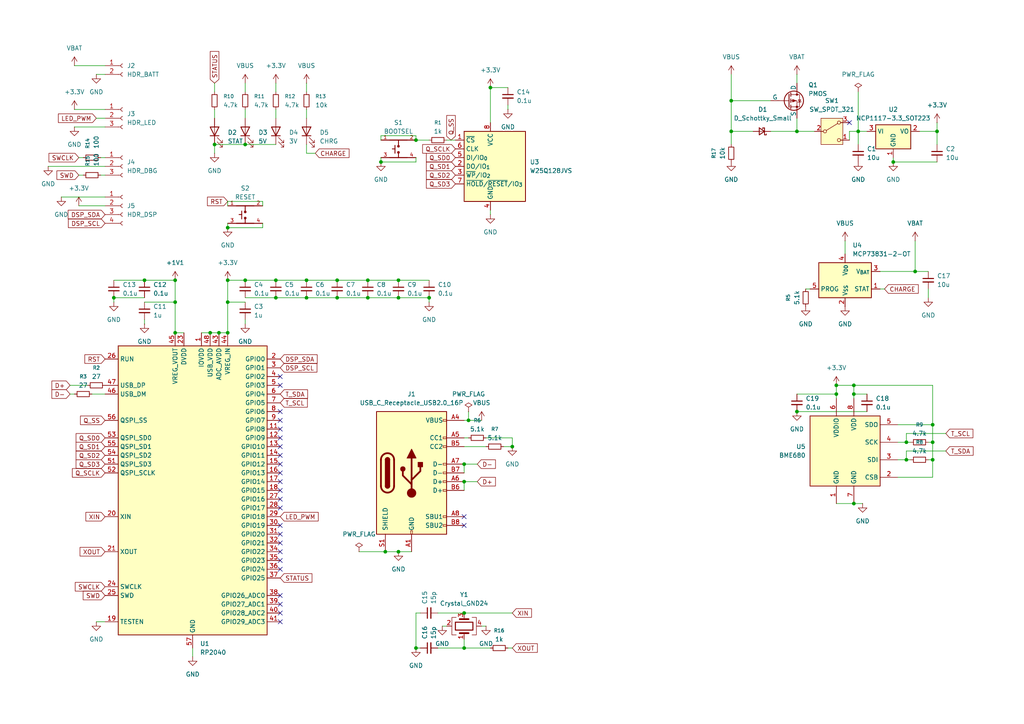
<source format=kicad_sch>
(kicad_sch (version 20250114) (generator "eeschema") (generator_version "9.0")
  (paper "A4")
  (junction (at 242.57 111.76))
  (junction (at 50.8 96.52))
  (junction (at 242.57 114.3))
  (junction (at 88.9 81.28))
  (junction (at 33.02 86.36))
  (junction (at 88.9 86.36))
  (junction (at 271.78 38.1))
  (junction (at 120.65 40.64))
  (junction (at 63.5 96.52))
  (junction (at 262.89 133.35))
  (junction (at 97.79 86.36))
  (junction (at 66.04 96.52))
  (junction (at 142.24 25.4))
  (junction (at 50.8 81.28))
  (junction (at 134.62 139.7))
  (junction (at 50.8 87.63))
  (junction (at 80.01 81.28))
  (junction (at 270.51 133.35))
  (junction (at 97.79 81.28))
  (junction (at 115.57 160.02))
  (junction (at 247.65 146.05))
  (junction (at 66.04 66.04))
  (junction (at 62.23 41.91))
  (junction (at 41.91 81.28))
  (junction (at 134.62 187.96))
  (junction (at 247.65 114.3))
  (junction (at 248.92 38.1))
  (junction (at 247.65 111.76))
  (junction (at 270.51 128.27))
  (junction (at 134.62 134.62))
  (junction (at 124.46 86.36))
  (junction (at 134.62 177.8))
  (junction (at 71.12 41.91))
  (junction (at 212.09 29.21))
  (junction (at 270.51 123.19))
  (junction (at 148.59 129.54))
  (junction (at 106.68 81.28))
  (junction (at 66.04 81.28))
  (junction (at 110.49 46.99))
  (junction (at 111.76 160.02))
  (junction (at 71.12 81.28))
  (junction (at 66.04 87.63))
  (junction (at 231.14 38.1))
  (junction (at 106.68 86.36))
  (junction (at 115.57 81.28))
  (junction (at 259.08 46.99))
  (junction (at 80.01 86.36))
  (junction (at 231.14 119.38))
  (junction (at 120.65 187.96))
  (junction (at 212.09 38.1))
  (junction (at 265.43 78.74))
  (junction (at 135.89 121.92))
  (junction (at 60.96 96.52))
  (junction (at 262.89 128.27))
  (junction (at 115.57 86.36))
  (no_connect (at 81.28 154.94))
  (no_connect (at 81.28 119.38))
  (no_connect (at 81.28 152.4))
  (no_connect (at 81.28 139.7))
  (no_connect (at 81.28 172.72))
  (no_connect (at 81.28 111.76))
  (no_connect (at 81.28 177.8))
  (no_connect (at 81.28 137.16))
  (no_connect (at 81.28 142.24))
  (no_connect (at 134.62 152.4))
  (no_connect (at 246.38 35.56))
  (no_connect (at 81.28 144.78))
  (no_connect (at 81.28 175.26))
  (no_connect (at 81.28 121.92))
  (no_connect (at 81.28 124.46))
  (no_connect (at 81.28 134.62))
  (no_connect (at 81.28 157.48))
  (no_connect (at 81.28 109.22))
  (no_connect (at 81.28 127))
  (no_connect (at 81.28 132.08))
  (no_connect (at 81.28 180.34))
  (no_connect (at 81.28 147.32))
  (no_connect (at 134.62 149.86))
  (no_connect (at 81.28 129.54))
  (no_connect (at 81.28 165.1))
  (no_connect (at 81.28 160.02))
  (no_connect (at 81.28 162.56))
  (wire (pts (xy 259.08 45.72) (xy 259.08 46.99)))
  (wire (pts (xy 142.24 62.23) (xy 142.24 60.96)))
  (wire (pts (xy 242.57 111.76) (xy 247.65 111.76)))
  (wire (pts (xy 58.42 96.52) (xy 60.96 96.52)))
  (wire (pts (xy 29.21 50.8) (xy 30.48 50.8)))
  (wire (pts (xy 139.7 181.61) (xy 140.97 181.61)))
  (wire (pts (xy 115.57 86.36) (xy 124.46 86.36)))
  (wire (pts (xy 62.23 24.13) (xy 62.23 26.67)))
  (wire (pts (xy 97.79 86.36) (xy 106.68 86.36)))
  (wire (pts (xy 134.62 187.96) (xy 142.24 187.96)))
  (wire (pts (xy 247.65 114.3) (xy 251.46 114.3)))
  (wire (pts (xy 242.57 111.76) (xy 242.57 114.3)))
  (wire (pts (xy 212.09 29.21) (xy 223.52 29.21)))
  (wire (pts (xy 110.49 45.72) (xy 110.49 46.99)))
  (wire (pts (xy 50.8 81.28) (xy 41.91 81.28)))
  (wire (pts (xy 223.52 38.1) (xy 231.14 38.1)))
  (wire (pts (xy 212.09 29.21) (xy 212.09 38.1)))
  (wire (pts (xy 41.91 92.71) (xy 41.91 93.98)))
  (wire (pts (xy 104.14 160.02) (xy 111.76 160.02)))
  (wire (pts (xy 115.57 160.02) (xy 119.38 160.02)))
  (wire (pts (xy 66.04 87.63) (xy 71.12 87.63)))
  (wire (pts (xy 242.57 146.05) (xy 247.65 146.05)))
  (wire (pts (xy 270.51 123.19) (xy 260.35 123.19)))
  (wire (pts (xy 266.7 38.1) (xy 271.78 38.1)))
  (wire (pts (xy 17.78 57.15) (xy 30.48 57.15)))
  (wire (pts (xy 50.8 87.63) (xy 41.91 87.63)))
  (wire (pts (xy 255.27 78.74) (xy 265.43 78.74)))
  (wire (pts (xy 265.43 69.85) (xy 265.43 78.74)))
  (wire (pts (xy 62.23 41.91) (xy 62.23 44.45)))
  (wire (pts (xy 246.38 40.64) (xy 246.38 38.1)))
  (wire (pts (xy 21.59 36.83) (xy 30.48 36.83)))
  (wire (pts (xy 260.35 133.35) (xy 262.89 133.35)))
  (wire (pts (xy 247.65 146.05) (xy 250.19 146.05)))
  (wire (pts (xy 110.49 40.64) (xy 110.49 39.37)))
  (wire (pts (xy 63.5 96.52) (xy 66.04 96.52)))
  (wire (pts (xy 20.32 114.3) (xy 21.59 114.3)))
  (wire (pts (xy 148.59 127) (xy 148.59 129.54)))
  (wire (pts (xy 242.57 115.57) (xy 242.57 114.3)))
  (wire (pts (xy 134.62 134.62) (xy 138.43 134.62)))
  (wire (pts (xy 269.24 83.82) (xy 269.24 86.36)))
  (wire (pts (xy 134.62 139.7) (xy 138.43 139.7)))
  (wire (pts (xy 247.65 111.76) (xy 270.51 111.76)))
  (wire (pts (xy 80.01 81.28) (xy 88.9 81.28)))
  (wire (pts (xy 21.59 31.75) (xy 30.48 31.75)))
  (wire (pts (xy 147.32 187.96) (xy 148.59 187.96)))
  (wire (pts (xy 255.27 83.82) (xy 256.54 83.82)))
  (wire (pts (xy 88.9 86.36) (xy 97.79 86.36)))
  (wire (pts (xy 134.62 121.92) (xy 135.89 121.92)))
  (wire (pts (xy 134.62 134.62) (xy 134.62 137.16)))
  (wire (pts (xy 262.89 133.35) (xy 264.16 133.35)))
  (wire (pts (xy 33.02 81.28) (xy 41.91 81.28)))
  (wire (pts (xy 80.01 31.75) (xy 80.01 34.29)))
  (wire (pts (xy 110.49 46.99) (xy 120.65 46.99)))
  (wire (pts (xy 66.04 64.77) (xy 66.04 66.04)))
  (wire (pts (xy 129.54 40.64) (xy 132.08 40.64)))
  (wire (pts (xy 71.12 92.71) (xy 71.12 93.98)))
  (wire (pts (xy 50.8 96.52) (xy 53.34 96.52)))
  (wire (pts (xy 212.09 21.59) (xy 212.09 29.21)))
  (wire (pts (xy 134.62 139.7) (xy 134.62 142.24)))
  (wire (pts (xy 60.96 96.52) (xy 63.5 96.52)))
  (wire (pts (xy 134.62 129.54) (xy 140.97 129.54)))
  (wire (pts (xy 262.89 128.27) (xy 264.16 128.27)))
  (wire (pts (xy 135.89 119.38) (xy 135.89 121.92)))
  (wire (pts (xy 121.92 177.8) (xy 120.65 177.8)))
  (wire (pts (xy 231.14 21.59) (xy 231.14 24.13)))
  (wire (pts (xy 242.57 114.3) (xy 231.14 114.3)))
  (wire (pts (xy 134.62 185.42) (xy 134.62 187.96)))
  (wire (pts (xy 111.76 160.02) (xy 115.57 160.02)))
  (wire (pts (xy 66.04 66.04) (xy 76.2 66.04)))
  (wire (pts (xy 127 187.96) (xy 134.62 187.96)))
  (wire (pts (xy 20.32 111.76) (xy 25.4 111.76)))
  (wire (pts (xy 88.9 31.75) (xy 88.9 34.29)))
  (wire (pts (xy 270.51 128.27) (xy 270.51 133.35)))
  (wire (pts (xy 71.12 41.91) (xy 80.01 41.91)))
  (wire (pts (xy 262.89 125.73) (xy 274.32 125.73)))
  (wire (pts (xy 248.92 38.1) (xy 248.92 41.91)))
  (wire (pts (xy 110.49 39.37) (xy 120.65 39.37)))
  (wire (pts (xy 66.04 96.52) (xy 66.04 87.63)))
  (wire (pts (xy 212.09 38.1) (xy 212.09 41.91)))
  (wire (pts (xy 29.21 45.72) (xy 30.48 45.72)))
  (wire (pts (xy 76.2 66.04) (xy 76.2 64.77)))
  (wire (pts (xy 66.04 81.28) (xy 71.12 81.28)))
  (wire (pts (xy 66.04 87.63) (xy 66.04 81.28)))
  (wire (pts (xy 262.89 133.35) (xy 262.89 130.81)))
  (wire (pts (xy 233.68 83.82) (xy 234.95 83.82)))
  (wire (pts (xy 22.86 45.72) (xy 24.13 45.72)))
  (wire (pts (xy 270.51 133.35) (xy 270.51 138.43)))
  (wire (pts (xy 26.67 114.3) (xy 30.48 114.3)))
  (wire (pts (xy 120.65 187.96) (xy 121.92 187.96)))
  (wire (pts (xy 270.51 123.19) (xy 270.51 128.27)))
  (wire (pts (xy 270.51 111.76) (xy 270.51 123.19)))
  (wire (pts (xy 33.02 86.36) (xy 41.91 86.36)))
  (wire (pts (xy 262.89 130.81) (xy 274.32 130.81)))
  (wire (pts (xy 262.89 128.27) (xy 262.89 125.73)))
  (wire (pts (xy 269.24 128.27) (xy 270.51 128.27)))
  (wire (pts (xy 71.12 86.36) (xy 80.01 86.36)))
  (wire (pts (xy 134.62 127) (xy 135.89 127)))
  (wire (pts (xy 142.24 25.4) (xy 142.24 35.56)))
  (wire (pts (xy 115.57 81.28) (xy 124.46 81.28)))
  (wire (pts (xy 231.14 119.38) (xy 251.46 119.38)))
  (wire (pts (xy 245.11 69.85) (xy 245.11 73.66)))
  (wire (pts (xy 71.12 81.28) (xy 80.01 81.28)))
  (wire (pts (xy 55.88 187.96) (xy 55.88 190.5)))
  (wire (pts (xy 271.78 38.1) (xy 271.78 41.91)))
  (wire (pts (xy 88.9 44.45) (xy 91.44 44.45)))
  (wire (pts (xy 88.9 81.28) (xy 97.79 81.28)))
  (wire (pts (xy 66.04 58.42) (xy 76.2 58.42)))
  (wire (pts (xy 50.8 87.63) (xy 50.8 96.52)))
  (wire (pts (xy 106.68 86.36) (xy 115.57 86.36)))
  (wire (pts (xy 147.32 30.48) (xy 147.32 31.75)))
  (wire (pts (xy 124.46 86.36) (xy 124.46 87.63)))
  (wire (pts (xy 80.01 86.36) (xy 88.9 86.36)))
  (wire (pts (xy 231.14 34.29) (xy 231.14 38.1)))
  (wire (pts (xy 120.65 46.99) (xy 120.65 45.72)))
  (wire (pts (xy 247.65 115.57) (xy 247.65 114.3)))
  (wire (pts (xy 265.43 78.74) (xy 269.24 78.74)))
  (wire (pts (xy 88.9 41.91) (xy 88.9 44.45)))
  (wire (pts (xy 66.04 59.69) (xy 66.04 58.42)))
  (wire (pts (xy 128.27 181.61) (xy 129.54 181.61)))
  (wire (pts (xy 21.59 19.05) (xy 30.48 19.05)))
  (wire (pts (xy 120.65 40.64) (xy 124.46 40.64)))
  (wire (pts (xy 142.24 25.4) (xy 147.32 25.4)))
  (wire (pts (xy 231.14 38.1) (xy 236.22 38.1)))
  (wire (pts (xy 135.89 121.92) (xy 139.7 121.92)))
  (wire (pts (xy 247.65 111.76) (xy 247.65 114.3)))
  (wire (pts (xy 146.05 129.54) (xy 148.59 129.54)))
  (wire (pts (xy 260.35 128.27) (xy 262.89 128.27)))
  (wire (pts (xy 62.23 41.91) (xy 71.12 41.91)))
  (wire (pts (xy 270.51 138.43) (xy 260.35 138.43)))
  (wire (pts (xy 33.02 86.36) (xy 33.02 87.63)))
  (wire (pts (xy 71.12 31.75) (xy 71.12 34.29)))
  (wire (pts (xy 50.8 87.63) (xy 50.8 81.28)))
  (wire (pts (xy 88.9 24.13) (xy 88.9 26.67)))
  (wire (pts (xy 106.68 81.28) (xy 115.57 81.28)))
  (wire (pts (xy 27.94 21.59) (xy 30.48 21.59)))
  (wire (pts (xy 62.23 31.75) (xy 62.23 34.29)))
  (wire (pts (xy 22.86 59.69) (xy 30.48 59.69)))
  (wire (pts (xy 248.92 38.1) (xy 251.46 38.1)))
  (wire (pts (xy 13.97 48.26) (xy 30.48 48.26)))
  (wire (pts (xy 76.2 58.42) (xy 76.2 59.69)))
  (wire (pts (xy 27.94 180.34) (xy 30.48 180.34)))
  (wire (pts (xy 120.65 177.8) (xy 120.65 187.96)))
  (wire (pts (xy 97.79 81.28) (xy 106.68 81.28)))
  (wire (pts (xy 71.12 24.13) (xy 71.12 26.67)))
  (wire (pts (xy 248.92 26.67) (xy 248.92 38.1)))
  (wire (pts (xy 80.01 24.13) (xy 80.01 26.67)))
  (wire (pts (xy 259.08 46.99) (xy 271.78 46.99)))
  (wire (pts (xy 140.97 127) (xy 148.59 127)))
  (wire (pts (xy 212.09 38.1) (xy 218.44 38.1)))
  (wire (pts (xy 271.78 35.56) (xy 271.78 38.1)))
  (wire (pts (xy 27.94 34.29) (xy 30.48 34.29)))
  (wire (pts (xy 120.65 39.37) (xy 120.65 40.64)))
  (wire (pts (xy 22.86 50.8) (xy 24.13 50.8)))
  (wire (pts (xy 127 177.8) (xy 134.62 177.8)))
  (wire (pts (xy 246.38 38.1) (xy 248.92 38.1)))
  (wire (pts (xy 269.24 133.35) (xy 270.51 133.35)))
  (wire (pts (xy 134.62 177.8) (xy 148.59 177.8)))
  (global_label "DSP_SDA" (shape input) (at 81.28 104.14 0) (property "Intersheetrefs" "${INTERSHEET_REFS}" (effects (hide yes))))
  (global_label "CHARGE" (shape input) (at 256.54 83.82 0) (property "Intersheetrefs" "${INTERSHEET_REFS}" (effects (hide yes))))
  (global_label "Q_SD0" (shape input) (at 132.08 45.72 180) (property "Intersheetrefs" "${INTERSHEET_REFS}" (effects (hide yes))))
  (global_label "Q_SCLK" (shape input) (at 132.08 43.18 180) (property "Intersheetrefs" "${INTERSHEET_REFS}" (effects (hide yes))))
  (global_label "T_SDA" (shape input) (at 274.32 130.81 0) (property "Intersheetrefs" "${INTERSHEET_REFS}" (effects (hide yes))))
  (global_label "T_SCL" (shape input) (at 274.32 125.73 0) (property "Intersheetrefs" "${INTERSHEET_REFS}" (effects (hide yes))))
  (global_label "D-" (shape input) (at 20.32 114.3 180) (property "Intersheetrefs" "${INTERSHEET_REFS}" (effects (hide yes))))
  (global_label "Q_SS" (shape input) (at 30.48 121.92 180) (property "Intersheetrefs" "${INTERSHEET_REFS}" (effects (hide yes))))
  (global_label "Q_SD0" (shape input) (at 30.48 127 180) (property "Intersheetrefs" "${INTERSHEET_REFS}" (effects (hide yes))))
  (global_label "STATUS" (shape input) (at 62.23 24.13 90) (property "Intersheetrefs" "${INTERSHEET_REFS}" (effects (hide yes))))
  (global_label "DSP_SDA" (shape input) (at 30.48 62.23 180) (property "Intersheetrefs" "${INTERSHEET_REFS}" (effects (hide yes))))
  (global_label "DSP_SCL" (shape input) (at 30.48 64.77 180) (property "Intersheetrefs" "${INTERSHEET_REFS}" (effects (hide yes))))
  (global_label "SWCLK" (shape input) (at 30.48 170.18 180) (property "Intersheetrefs" "${INTERSHEET_REFS}" (effects (hide yes))))
  (global_label "XOUT" (shape input) (at 30.48 160.02 180) (property "Intersheetrefs" "${INTERSHEET_REFS}" (effects (hide yes))))
  (global_label "SWD" (shape input) (at 30.48 172.72 180) (property "Intersheetrefs" "${INTERSHEET_REFS}" (effects (hide yes))))
  (global_label "XIN" (shape input) (at 30.48 149.86 180) (property "Intersheetrefs" "${INTERSHEET_REFS}" (effects (hide yes))))
  (global_label "XOUT" (shape input) (at 148.59 187.96 0) (property "Intersheetrefs" "${INTERSHEET_REFS}" (effects (hide yes))))
  (global_label "RST" (shape input) (at 30.48 104.14 180) (property "Intersheetrefs" "${INTERSHEET_REFS}" (effects (hide yes))))
  (global_label "SWD" (shape input) (at 22.86 50.8 180) (property "Intersheetrefs" "${INTERSHEET_REFS}" (effects (hide yes))))
  (global_label "STATUS" (shape input) (at 81.28 167.64 0) (property "Intersheetrefs" "${INTERSHEET_REFS}" (effects (hide yes))))
  (global_label "SWCLK" (shape input) (at 22.86 45.72 180) (property "Intersheetrefs" "${INTERSHEET_REFS}" (effects (hide yes))))
  (global_label "LED_PWM" (shape input) (at 81.28 149.86 0) (property "Intersheetrefs" "${INTERSHEET_REFS}" (effects (hide yes))))
  (global_label "Q_SD1" (shape input) (at 30.48 129.54 180) (property "Intersheetrefs" "${INTERSHEET_REFS}" (effects (hide yes))))
  (global_label "D+" (shape input) (at 20.32 111.76 180) (property "Intersheetrefs" "${INTERSHEET_REFS}" (effects (hide yes))))
  (global_label "RST" (shape input) (at 66.04 58.42 180) (property "Intersheetrefs" "${INTERSHEET_REFS}" (effects (hide yes))))
  (global_label "T_SDA" (shape input) (at 81.28 114.3 0) (property "Intersheetrefs" "${INTERSHEET_REFS}" (effects (hide yes))))
  (global_label "Q_SD2" (shape input) (at 30.48 132.08 180) (property "Intersheetrefs" "${INTERSHEET_REFS}" (effects (hide yes))))
  (global_label "D+" (shape input) (at 138.43 139.7 0) (property "Intersheetrefs" "${INTERSHEET_REFS}" (effects (hide yes))))
  (global_label "D-" (shape input) (at 138.43 134.62 0) (property "Intersheetrefs" "${INTERSHEET_REFS}" (effects (hide yes))))
  (global_label "Q_SCLK" (shape input) (at 30.48 137.16 180) (property "Intersheetrefs" "${INTERSHEET_REFS}" (effects (hide yes))))
  (global_label "DSP_SCL" (shape input) (at 81.28 106.68 0) (property "Intersheetrefs" "${INTERSHEET_REFS}" (effects (hide yes))))
  (global_label "Q_SS" (shape input) (at 130.81 40.64 90) (property "Intersheetrefs" "${INTERSHEET_REFS}" (effects (hide yes))))
  (global_label "Q_SD3" (shape input) (at 30.48 134.62 180) (property "Intersheetrefs" "${INTERSHEET_REFS}" (effects (hide yes))))
  (global_label "XIN" (shape input) (at 148.59 177.8 0) (property "Intersheetrefs" "${INTERSHEET_REFS}" (effects (hide yes))))
  (global_label "Q_SD3" (shape input) (at 132.08 53.34 180) (property "Intersheetrefs" "${INTERSHEET_REFS}" (effects (hide yes))))
  (global_label "CHARGE" (shape input) (at 91.44 44.45 0) (property "Intersheetrefs" "${INTERSHEET_REFS}" (effects (hide yes))))
  (global_label "Q_SD1" (shape input) (at 132.08 48.26 180) (property "Intersheetrefs" "${INTERSHEET_REFS}" (effects (hide yes))))
  (global_label "Q_SD2" (shape input) (at 132.08 50.8 180) (property "Intersheetrefs" "${INTERSHEET_REFS}" (effects (hide yes))))
  (global_label "T_SCL" (shape input) (at 81.28 116.84 0) (property "Intersheetrefs" "${INTERSHEET_REFS}" (effects (hide yes))))
  (global_label "LED_PWM" (shape input) (at 27.94 34.29 180) (property "Intersheetrefs" "${INTERSHEET_REFS}" (effects (hide yes))))
  (symbol (lib_id "Device:R_Small") (at 71.12 29.21 180) (unit 1)
    (property "Reference" "R11" (at 73.66 27.9399 0) (effects (font (size 1.016 1.016)) (justify right)))
    (property "Value" "4.7k" (at 73.66 30.4799 0) (effects (justify right)))
    (property "Footprint" "Resistor_SMD:R_0603_1608Metric_Pad0.98x0.95mm_HandSolder" (effects (hide yes)))
    (property "Description" "Resistor, small symbol" (effects (hide yes)))
  )
  (symbol (lib_id "power:GND") (at 250.19 146.05 0) (unit 1)
    (property "Reference" "#PWR027" (effects (hide yes)))
    (property "Value" "GND" (at 250.19 151.13 0))
    (property "Description" "Power symbol creates a global label with name \"GND\" , ground" (effects (hide yes)))
  )
  (symbol (lib_id "power:GND") (at 55.88 190.5 0) (unit 1)
    (property "Reference" "#PWR01" (effects (hide yes)))
    (property "Value" "GND" (at 55.88 195.58 0))
    (property "Description" "Power symbol creates a global label with name \"GND\" , ground" (effects (hide yes)))
  )
  (symbol (lib_id "power:GND") (at 245.11 88.9 0) (unit 1)
    (property "Reference" "#PWR044" (effects (hide yes)))
    (property "Value" "GND" (at 245.11 93.98 0))
    (property "Description" "Power symbol creates a global label with name \"GND\" , ground" (effects (hide yes)))
  )
  (symbol (lib_id "power:GND") (at 27.94 180.34 0) (unit 1)
    (property "Reference" "#PWR02" (effects (hide yes)))
    (property "Value" "GND" (at 27.94 185.42 0))
    (property "Description" "Power symbol creates a global label with name \"GND\" , ground" (effects (hide yes)))
  )
  (symbol (lib_id "power:GND") (at 27.94 21.59 0) (unit 1)
    (property "Reference" "#PWR07" (effects (hide yes)))
    (property "Value" "GND" (at 27.94 26.67 0))
    (property "Description" "Power symbol creates a global label with name \"GND\" , ground" (effects (hide yes)))
  )
  (symbol (lib_id "Device:C_Small") (at 248.92 44.45 0) (unit 1)
    (property "Reference" "C1" (at 251.46 43.1862 0) (effects (justify left)))
    (property "Value" "10u" (at 251.46 45.7262 0) (effects (justify left)))
    (property "Footprint" "Capacitor_SMD:C_0603_1608Metric_Pad1.08x0.95mm_HandSolder" (effects (hide yes)))
    (property "Description" "Unpolarized capacitor, small symbol" (effects (hide yes)))
  )
  (symbol (lib_id "Device:R_Small") (at 266.7 133.35 90) (unit 1)
    (property "Reference" "R8" (at 266.7 128.27 90) (effects (font (size 1.016 1.016))))
    (property "Value" "4.7k" (at 266.7 130.81 90))
    (property "Footprint" "Resistor_SMD:R_0603_1608Metric_Pad0.98x0.95mm_HandSolder" (effects (hide yes)))
    (property "Description" "Resistor, small symbol" (effects (hide yes)))
  )
  (symbol (lib_id "Connector:Conn_01x03_Socket") (at 35.56 34.29 0) (unit 1)
    (property "Reference" "J3" (at 36.83 33.0199 0) (effects (justify left)))
    (property "Value" "HDR_LED" (at 36.83 35.5599 0) (effects (justify left)))
    (property "Footprint" "Connector_PinSocket_2.54mm:PinSocket_1x03_P2.54mm_Vertical" (effects (hide yes)))
    (property "Description" "Generic connector, single row, 01x03, script generated" (effects (hide yes)))
  )
  (symbol (lib_id "power:VBUS") (at 139.7 121.92 0) (unit 1)
    (property "Reference" "#PWR026" (effects (hide yes)))
    (property "Value" "VBUS" (at 139.7 116.84 0))
    (property "Description" "Power symbol creates a global label with name \"VBUS\"" (effects (hide yes)))
  )
  (symbol (lib_id "power:GND") (at 140.97 181.61 0) (unit 1)
    (property "Reference" "#PWR011" (effects (hide yes)))
    (property "Value" "GND" (at 140.97 186.69 0))
    (property "Description" "Power symbol creates a global label with name \"GND\" , ground" (effects (hide yes)))
  )
  (symbol (lib_id "power:GND") (at 142.24 62.23 0) (unit 1)
    (property "Reference" "#PWR037" (effects (hide yes)))
    (property "Value" "GND" (at 142.24 67.31 0))
    (property "Description" "Power symbol creates a global label with name \"GND\" , ground" (effects (hide yes)))
  )
  (symbol (lib_id "Device:C_Small") (at 97.79 83.82 0) (unit 1)
    (property "Reference" "C7" (at 100.33 82.5562 0) (effects (justify left)))
    (property "Value" "0.1u" (at 100.33 85.0962 0) (effects (justify left)))
    (property "Footprint" "Capacitor_SMD:C_0603_1608Metric_Pad1.08x0.95mm_HandSolder" (effects (hide yes)))
    (property "Description" "Unpolarized capacitor, small symbol" (effects (hide yes)))
  )
  (symbol (lib_id "Device:C_Small") (at 71.12 90.17 0) (unit 1)
    (property "Reference" "C3" (at 73.66 88.9062 0) (effects (justify left)))
    (property "Value" "1u" (at 73.66 91.4462 0) (effects (justify left)))
    (property "Footprint" "Capacitor_SMD:C_0603_1608Metric_Pad1.08x0.95mm_HandSolder" (effects (hide yes)))
    (property "Description" "Unpolarized capacitor, small symbol" (effects (hide yes)))
  )
  (symbol (lib_id "power:GND") (at 148.59 129.54 0) (unit 1)
    (property "Reference" "#PWR024" (effects (hide yes)))
    (property "Value" "GND" (at 148.59 134.62 0))
    (property "Description" "Power symbol creates a global label with name \"GND\" , ground" (effects (hide yes)))
  )
  (symbol (lib_id "power:PWR_FLAG") (at 104.14 160.02 0) (unit 1)
    (property "Reference" "#FLG01" (effects (hide yes)))
    (property "Value" "PWR_FLAG" (at 104.14 154.94 0))
    (property "Description" "Special symbol for telling ERC where power comes from" (effects (hide yes)))
  )
  (symbol (lib_id "power:GND") (at 33.02 87.63 0) (unit 1)
    (property "Reference" "#PWR03" (effects (hide yes)))
    (property "Value" "GND" (at 33.02 92.71 0))
    (property "Description" "Power symbol creates a global label with name \"GND\" , ground" (effects (hide yes)))
  )
  (symbol (lib_id "power:VBUS") (at 212.09 21.59 0) (unit 1)
    (property "Reference" "#PWR017" (effects (hide yes)))
    (property "Value" "VBUS" (at 212.09 16.51 0))
    (property "Description" "Power symbol creates a global label with name \"VBUS\"" (effects (hide yes)))
  )
  (symbol (lib_id "Device:R_Small") (at 212.09 44.45 180) (unit 1)
    (property "Reference" "R17" (at 207.01 44.45 90) (effects (font (size 1.016 1.016))))
    (property "Value" "10k" (at 209.55 44.45 90))
    (property "Footprint" "Resistor_SMD:R_0603_1608Metric_Pad0.98x0.95mm_HandSolder" (effects (hide yes)))
    (property "Description" "Resistor, small symbol" (effects (hide yes)))
  )
  (symbol (lib_id "power:+3.3V") (at 21.59 31.75 0) (unit 1)
    (property "Reference" "#PWR030" (effects (hide yes)))
    (property "Value" "+3.3V" (at 21.59 26.67 0))
    (property "Description" "Power symbol creates a global label with name \"+3.3V\"" (effects (hide yes)))
  )
  (symbol (lib_id "power:+3.3V") (at 271.78 35.56 0) (unit 1)
    (property "Reference" "#PWR016" (effects (hide yes)))
    (property "Value" "+3.3V" (at 271.78 30.48 0))
    (property "Description" "Power symbol creates a global label with name \"+3.3V\"" (effects (hide yes)))
  )
  (symbol (lib_id "Device:C_Small") (at 147.32 27.94 0) (unit 1)
    (property "Reference" "C14" (at 149.86 26.6762 0) (effects (justify left)))
    (property "Value" "0.1u" (at 149.86 29.2162 0) (effects (justify left)))
    (property "Footprint" "Capacitor_SMD:C_0603_1608Metric_Pad1.08x0.95mm_HandSolder" (effects (hide yes)))
    (property "Description" "Unpolarized capacitor, small symbol" (effects (hide yes)))
  )
  (symbol (lib_id "Device:D_Schottky_Small") (at 220.98 38.1 180) (unit 1)
    (property "Reference" "D1" (at 221.234 31.75 0))
    (property "Value" "D_Schottky_Small" (at 221.234 34.29 0))
    (property "Footprint" "Diode_SMD:D_SOD-323_HandSoldering" (effects (hide yes)))
    (property "Description" "Schottky diode, small symbol" (effects (hide yes)))
  )
  (symbol (lib_id "Device:R_Small") (at 143.51 129.54 90) (unit 1)
    (property "Reference" "R7" (at 143.51 124.46 90) (effects (font (size 1.016 1.016))))
    (property "Value" "5.1k" (at 143.51 127 90))
    (property "Footprint" "Resistor_SMD:R_0603_1608Metric_Pad0.98x0.95mm_HandSolder" (effects (hide yes)))
    (property "Description" "Resistor, small symbol" (effects (hide yes)))
  )
  (symbol (lib_id "Device:R_Small") (at 127 40.64 90) (unit 1)
    (property "Reference" "R1" (at 127 35.56 90) (effects (font (size 1.016 1.016))))
    (property "Value" "1k" (at 127 38.1 90))
    (property "Footprint" "Resistor_SMD:R_0603_1608Metric_Pad0.98x0.95mm_HandSolder" (effects (hide yes)))
    (property "Description" "Resistor, small symbol" (effects (hide yes)))
  )
  (symbol (lib_id "Device:R_Small") (at 26.67 50.8 270) (unit 1)
    (property "Reference" "R15" (at 25.3999 48.26 0) (effects (font (size 1.016 1.016)) (justify right)))
    (property "Value" "100" (at 27.9399 48.26 0) (effects (justify right)))
    (property "Footprint" "Resistor_SMD:R_0603_1608Metric_Pad0.98x0.95mm_HandSolder" (effects (hide yes)))
    (property "Description" "Resistor, small symbol" (effects (hide yes)))
  )
  (symbol (lib_id "Device:R_Small") (at 62.23 29.21 180) (unit 1)
    (property "Reference" "R10" (at 64.77 27.9399 0) (effects (font (size 1.016 1.016)) (justify right)))
    (property "Value" "4.7k" (at 64.77 30.4799 0) (effects (justify right)))
    (property "Footprint" "Resistor_SMD:R_0603_1608Metric_Pad0.98x0.95mm_HandSolder" (effects (hide yes)))
    (property "Description" "Resistor, small symbol" (effects (hide yes)))
  )
  (symbol (lib_id "power:GND") (at 233.68 88.9 0) (unit 1)
    (property "Reference" "#PWR019" (effects (hide yes)))
    (property "Value" "GND" (at 233.68 93.98 0))
    (property "Description" "Power symbol creates a global label with name \"GND\" , ground" (effects (hide yes)))
  )
  (symbol (lib_id "power:+3.3V") (at 80.01 24.13 0) (unit 1)
    (property "Reference" "#PWR013" (effects (hide yes)))
    (property "Value" "+3.3V" (at 80.01 19.05 0))
    (property "Description" "Power symbol creates a global label with name \"+3.3V\"" (effects (hide yes)))
  )
  (symbol (lib_id "Device:R_Small") (at 266.7 128.27 90) (unit 1)
    (property "Reference" "R9" (at 266.7 123.19 90) (effects (font (size 1.016 1.016))))
    (property "Value" "4.7k" (at 266.7 125.73 90))
    (property "Footprint" "Resistor_SMD:R_0603_1608Metric_Pad0.98x0.95mm_HandSolder" (effects (hide yes)))
    (property "Description" "Resistor, small symbol" (effects (hide yes)))
  )
  (symbol (lib_id "power:GND") (at 120.65 187.96 0) (unit 1)
    (property "Reference" "#PWR09" (effects (hide yes)))
    (property "Value" "GND" (at 120.65 193.04 0))
    (property "Description" "Power symbol creates a global label with name \"GND\" , ground" (effects (hide yes)))
  )
  (symbol (lib_id "Device:C_Small") (at 71.12 83.82 0) (unit 1)
    (property "Reference" "C4" (at 73.66 82.5562 0) (effects (justify left)))
    (property "Value" "0.1u" (at 73.66 85.0962 0) (effects (justify left)))
    (property "Footprint" "Capacitor_SMD:C_0603_1608Metric_Pad1.08x0.95mm_HandSolder" (effects (hide yes)))
    (property "Description" "Unpolarized capacitor, small symbol" (effects (hide yes)))
  )
  (symbol (lib_id "Device:R_Small") (at 27.94 111.76 90) (unit 1)
    (property "Reference" "R2" (at 27.94 106.68 90) (effects (font (size 1.016 1.016))))
    (property "Value" "27" (at 27.94 109.22 90))
    (property "Footprint" "Resistor_SMD:R_0603_1608Metric_Pad0.98x0.95mm_HandSolder" (effects (hide yes)))
    (property "Description" "Resistor, small symbol" (effects (hide yes)))
  )
  (symbol (lib_id "power:PWR_FLAG") (at 135.89 119.38 0) (unit 1)
    (property "Reference" "#FLG02" (effects (hide yes)))
    (property "Value" "PWR_FLAG" (at 135.89 114.3 0))
    (property "Description" "Special symbol for telling ERC where power comes from" (effects (hide yes)))
  )
  (symbol (lib_id "Sensor:BME680") (at 245.11 130.81 0) (unit 1)
    (property "Reference" "U5" (at 233.68 129.5399 0) (effects (justify right)))
    (property "Value" "BME680" (at 233.68 132.0799 0) (effects (justify right)))
    (property "Footprint" "Package_LGA:Bosch_LGA-8_3x3mm_P0.8mm_ClockwisePinNumbering" (effects (hide yes)))
    (property "Datasheet" "https://ae-bst.resource.bosch.com/media/_tech/media/datasheets/BST-BME680-DS001.pdf" (effects (hide yes)))
    (property "Description" "4-in-1 sensor, gas, humidity, pressure, temperature, I2C and SPI interface, 1.71-3.6V, LGA-8" (effects (hide yes)))
  )
  (symbol (lib_id "Device:Crystal_GND24") (at 134.62 181.61 90) (unit 1)
    (property "Reference" "Y1" (at 134.62 172.466 90))
    (property "Value" "Crystal_GND24" (at 134.62 175.006 90))
    (property "Footprint" "Crystal:Crystal_SMD_Abracon_ABM8G-4Pin_3.2x2.5mm" (effects (hide yes)))
    (property "Description" "Four pin crystal, GND on pins 2 and 4" (effects (hide yes)))
  )
  (symbol (lib_id "power:+3.3V") (at 242.57 111.76 0) (unit 1)
    (property "Reference" "#PWR028" (effects (hide yes)))
    (property "Value" "+3.3V" (at 242.57 106.68 0))
    (property "Description" "Power symbol creates a global label with name \"+3.3V\"" (effects (hide yes)))
  )
  (symbol (lib_id "power:GND") (at 248.92 46.99 0) (unit 1)
    (property "Reference" "#PWR042" (effects (hide yes)))
    (property "Value" "GND" (at 248.92 52.07 0))
    (property "Description" "Power symbol creates a global label with name \"GND\" , ground" (effects (hide yes)))
  )
  (symbol (lib_id "Device:R_Small") (at 88.9 29.21 180) (unit 1)
    (property "Reference" "R13" (at 91.44 27.9399 0) (effects (font (size 1.016 1.016)) (justify right)))
    (property "Value" "10k" (at 91.44 30.4799 0) (effects (justify right)))
    (property "Footprint" "Resistor_SMD:R_0603_1608Metric_Pad0.98x0.95mm_HandSolder" (effects (hide yes)))
    (property "Description" "Resistor, small symbol" (effects (hide yes)))
  )
  (symbol (lib_id "SKRPACE010:SKRPACE010") (at 115.57 43.18 0) (unit 1)
    (property "Reference" "S1" (at 115.57 35.56 0))
    (property "Value" "BOOTSEL" (at 115.57 38.1 0))
    (property "Footprint" "parts:SW_SKRPACE010" (effects (hide yes)))
    (property "MF" "ALPS" (effects (hide yes)))
    (property "Description_1" "Switch Tactile N.O. SPST Button J-Bend 0.05A 16VDC 2.55N SMD Automotive T/R" (effects (hide yes)))
    (property "Package" "None" (effects (hide yes)))
    (property "Price" "None" (effects (hide yes)))
    (property "Check_prices" "https://www.snapeda.com/parts/SKRPACE010/ALPS/view-part/?ref=eda" (effects (hide yes)))
    (property "STANDARD" "Maniufacturer Recommendations" (effects (hide yes)))
    (property "SnapEDA_Link" "https://www.snapeda.com/parts/SKRPACE010/ALPS/view-part/?ref=snap" (effects (hide yes)))
    (property "MP" "SKRPACE010" (effects (hide yes)))
    (property "Availability" "In Stock" (effects (hide yes)))
    (property "MANUFACTURER" "ALPS" (effects (hide yes)))
  )
  (symbol (lib_id "power:GND") (at 71.12 93.98 0) (unit 1)
    (property "Reference" "#PWR05" (effects (hide yes)))
    (property "Value" "GND" (at 71.12 99.06 0))
    (property "Description" "Power symbol creates a global label with name \"GND\" , ground" (effects (hide yes)))
  )
  (symbol (lib_id "Simulation_SPICE:PMOS") (at 228.6 29.21 0) (unit 1)
    (property "Reference" "Q1" (at 234.442 24.638 0) (effects (justify left)))
    (property "Value" "PMOS" (at 234.442 27.178 0) (effects (justify left)))
    (property "Footprint" "Package_TO_SOT_SMD:SOT-23-3" (effects (hide yes)))
    (property "Datasheet" "https://ngspice.sourceforge.io/docs/ngspice-html-manual/manual.xhtml#cha_MOSFETs" (effects (hide yes)))
    (property "Description" "P-MOSFET transistor, drain/source/gate" (effects (hide yes)))
    (property "Sim.Device" "PMOS" (effects (hide yes)))
    (property "Sim.Type" "VDMOS" (effects (hide yes)))
    (property "Sim.Pins" "1=D 2=G 3=S" (effects (hide yes)))
  )
  (symbol (lib_id "Device:R_Small") (at 138.43 127 90) (unit 1)
    (property "Reference" "R6" (at 138.43 121.92 90) (effects (font (size 1.016 1.016))))
    (property "Value" "5.1k" (at 138.43 124.46 90))
    (property "Footprint" "Resistor_SMD:R_0603_1608Metric_Pad0.98x0.95mm_HandSolder" (effects (hide yes)))
    (property "Description" "Resistor, small symbol" (effects (hide yes)))
  )
  (symbol (lib_id "Connector:USB_C_Receptacle_USB2.0_16P") (at 119.38 137.16 0) (unit 1)
    (property "Reference" "J1" (at 119.38 114.3 0))
    (property "Value" "USB_C_Receptacle_USB2.0_16P" (at 119.38 116.84 0))
    (property "Footprint" "Connector_USB:USB_C_Receptacle_GCT_USB4105-xx-A_16P_TopMnt_Horizontal" (effects (hide yes)))
    (property "Datasheet" "https://www.usb.org/sites/default/files/documents/usb_type-c.zip" (effects (hide yes)))
    (property "Description" "USB 2.0-only 16P Type-C Receptacle connector" (effects (hide yes)))
  )
  (symbol (lib_id "Device:LED") (at 88.9 38.1 90) (unit 1)
    (property "Reference" "D5" (at 92.71 38.4174 90) (effects (justify right)))
    (property "Value" "CHRG" (at 92.71 40.9574 90) (effects (justify right)))
    (property "Footprint" "LED_SMD:LED_0805_2012Metric_Pad1.15x1.40mm_HandSolder" (effects (hide yes)))
    (property "Description" "Light emitting diode" (effects (hide yes)))
    (property "Sim.Pins" "1=K 2=A" (effects (hide yes)))
  )
  (symbol (lib_id "power:GND") (at 115.57 160.02 0) (unit 1)
    (property "Reference" "#PWR025" (effects (hide yes)))
    (property "Value" "GND" (at 115.57 165.1 0))
    (property "Description" "Power symbol creates a global label with name \"GND\" , ground" (effects (hide yes)))
  )
  (symbol (lib_id "Device:C_Small") (at 124.46 83.82 0) (unit 1)
    (property "Reference" "C10" (at 127 82.5562 0) (effects (justify left)))
    (property "Value" "0.1u" (at 127 85.0962 0) (effects (justify left)))
    (property "Footprint" "Capacitor_SMD:C_0603_1608Metric_Pad1.08x0.95mm_HandSolder" (effects (hide yes)))
    (property "Description" "Unpolarized capacitor, small symbol" (effects (hide yes)))
  )
  (symbol (lib_id "Device:R_Small") (at 233.68 86.36 180) (unit 1)
    (property "Reference" "R5" (at 228.6 86.36 90) (effects (font (size 1.016 1.016))))
    (property "Value" "5.1k" (at 231.14 86.36 90))
    (property "Footprint" "Resistor_SMD:R_0603_1608Metric_Pad0.98x0.95mm_HandSolder" (effects (hide yes)))
    (property "Description" "Resistor, small symbol" (effects (hide yes)))
  )
  (symbol (lib_id "power:GND") (at 13.97 48.26 0) (unit 1)
    (property "Reference" "#PWR039" (effects (hide yes)))
    (property "Value" "GND" (at 13.97 53.34 0))
    (property "Description" "Power symbol creates a global label with name \"GND\" , ground" (effects (hide yes)))
  )
  (symbol (lib_id "Device:C_Small") (at 41.91 90.17 0) (unit 1)
    (property "Reference" "C11" (at 44.45 88.9062 0) (effects (justify left)))
    (property "Value" "1u" (at 44.45 91.4462 0) (effects (justify left)))
    (property "Footprint" "Capacitor_SMD:C_0603_1608Metric_Pad1.08x0.95mm_HandSolder" (effects (hide yes)))
    (property "Description" "Unpolarized capacitor, small symbol" (effects (hide yes)))
  )
  (symbol (lib_id "power:+3.3V") (at 22.86 59.69 0) (unit 1)
    (property "Reference" "#PWR032" (effects (hide yes)))
    (property "Value" "+3.3V" (at 22.86 54.61 0))
    (property "Description" "Power symbol creates a global label with name \"+3.3V\"" (effects (hide yes)))
  )
  (symbol (lib_id "power:GND") (at 110.49 46.99 0) (unit 1)
    (property "Reference" "#PWR038" (effects (hide yes)))
    (property "Value" "GND" (at 110.49 52.07 0))
    (property "Description" "Power symbol creates a global label with name \"GND\" , ground" (effects (hide yes)))
  )
  (symbol (lib_id "power:+3.3V") (at 66.04 81.28 0) (unit 1)
    (property "Reference" "#PWR040" (effects (hide yes)))
    (property "Value" "+3.3V" (at 66.04 76.2 0))
    (property "Description" "Power symbol creates a global label with name \"+3.3V\"" (effects (hide yes)))
  )
  (symbol (lib_id "power:PWR_FLAG") (at 248.92 26.67 0) (unit 1)
    (property "Reference" "#FLG03" (effects (hide yes)))
    (property "Value" "PWR_FLAG" (at 248.92 21.59 0))
    (property "Description" "Special symbol for telling ERC where power comes from" (effects (hide yes)))
  )
  (symbol (lib_id "Device:C_Small") (at 80.01 83.82 0) (unit 1)
    (property "Reference" "C5" (at 82.55 82.5562 0) (effects (justify left)))
    (property "Value" "0.1u" (at 82.55 85.0962 0) (effects (justify left)))
    (property "Footprint" "Capacitor_SMD:C_0603_1608Metric_Pad1.08x0.95mm_HandSolder" (effects (hide yes)))
    (property "Description" "Unpolarized capacitor, small symbol" (effects (hide yes)))
  )
  (symbol (lib_id "power:GND") (at 41.91 93.98 0) (unit 1)
    (property "Reference" "#PWR04" (effects (hide yes)))
    (property "Value" "GND" (at 41.91 99.06 0))
    (property "Description" "Power symbol creates a global label with name \"GND\" , ground" (effects (hide yes)))
  )
  (symbol (lib_id "power:VBUS") (at 245.11 69.85 0) (unit 1)
    (property "Reference" "#PWR020" (effects (hide yes)))
    (property "Value" "VBUS" (at 245.11 64.77 0))
    (property "Description" "Power symbol creates a global label with name \"VBUS\"" (effects (hide yes)))
  )
  (symbol (lib_id "SKRPACE010:SKRPACE010") (at 71.12 62.23 0) (unit 1)
    (property "Reference" "S2" (at 71.12 54.61 0))
    (property "Value" "RESET" (at 71.12 57.15 0))
    (property "Footprint" "parts:SW_SKRPACE010" (effects (hide yes)))
    (property "MF" "ALPS" (effects (hide yes)))
    (property "Description_1" "Switch Tactile N.O. SPST Button J-Bend 0.05A 16VDC 2.55N SMD Automotive T/R" (effects (hide yes)))
    (property "Package" "None" (effects (hide yes)))
    (property "Price" "None" (effects (hide yes)))
    (property "Check_prices" "https://www.snapeda.com/parts/SKRPACE010/ALPS/view-part/?ref=eda" (effects (hide yes)))
    (property "STANDARD" "Maniufacturer Recommendations" (effects (hide yes)))
    (property "SnapEDA_Link" "https://www.snapeda.com/parts/SKRPACE010/ALPS/view-part/?ref=snap" (effects (hide yes)))
    (property "MP" "SKRPACE010" (effects (hide yes)))
    (property "Availability" "In Stock" (effects (hide yes)))
    (property "MANUFACTURER" "ALPS" (effects (hide yes)))
  )
  (symbol (lib_id "power:+5V") (at 21.59 19.05 0) (unit 1)
    (property "Reference" "#PWR08" (effects (hide yes)))
    (property "Value" "VBAT" (at 21.59 13.97 0))
    (property "Description" "Power symbol creates a global label with name \"+5V\"" (effects (hide yes)))
  )
  (symbol (lib_id "power:+1V1") (at 50.8 81.28 0) (unit 1)
    (property "Reference" "#PWR041" (effects (hide yes)))
    (property "Value" "+1V1" (at 50.8 76.2 0))
    (property "Description" "Power symbol creates a global label with name \"+1V1\"" (effects (hide yes)))
  )
  (symbol (lib_id "Connector:Conn_01x03_Socket") (at 35.56 48.26 0) (unit 1)
    (property "Reference" "J4" (at 36.83 46.9899 0) (effects (justify left)))
    (property "Value" "HDR_DBG" (at 36.83 49.5299 0) (effects (justify left)))
    (property "Footprint" "Connector_PinSocket_2.54mm:PinSocket_1x03_P2.54mm_Vertical" (effects (hide yes)))
    (property "Description" "Generic connector, single row, 01x03, script generated" (effects (hide yes)))
  )
  (symbol (lib_id "Device:C_Small") (at 115.57 83.82 0) (unit 1)
    (property "Reference" "C9" (at 118.11 82.5562 0) (effects (justify left)))
    (property "Value" "0.1u" (at 118.11 85.0962 0) (effects (justify left)))
    (property "Footprint" "Capacitor_SMD:C_0603_1608Metric_Pad1.08x0.95mm_HandSolder" (effects (hide yes)))
    (property "Description" "Unpolarized capacitor, small symbol" (effects (hide yes)))
  )
  (symbol (lib_id "MCU_RaspberryPi:RP2040") (at 55.88 142.24 0) (unit 1)
    (property "Reference" "U1" (at 58.0233 186.69 0) (effects (justify left)))
    (property "Value" "RP2040" (at 58.0233 189.23 0) (effects (justify left)))
    (property "Footprint" "Package_DFN_QFN:QFN-56-1EP_7x7mm_P0.4mm_EP3.2x3.2mm" (effects (hide yes)))
    (property "Datasheet" "https://datasheets.raspberrypi.com/rp2040/rp2040-datasheet.pdf" (effects (hide yes)))
    (property "Description" "A microcontroller by Raspberry Pi" (effects (hide yes)))
  )
  (symbol (lib_id "power:GND") (at 128.27 181.61 0) (unit 1)
    (property "Reference" "#PWR010" (effects (hide yes)))
    (property "Value" "GND" (at 128.27 186.69 0))
    (property "Description" "Power symbol creates a global label with name \"GND\" , ground" (effects (hide yes)))
  )
  (symbol (lib_id "power:GND") (at 66.04 66.04 0) (unit 1)
    (property "Reference" "#PWR034" (effects (hide yes)))
    (property "Value" "GND" (at 66.04 71.12 0))
    (property "Description" "Power symbol creates a global label with name \"GND\" , ground" (effects (hide yes)))
  )
  (symbol (lib_id "Device:C_Small") (at 271.78 44.45 0) (unit 1)
    (property "Reference" "C2" (at 274.32 43.1862 0) (effects (justify left)))
    (property "Value" "10u" (at 274.32 45.7262 0) (effects (justify left)))
    (property "Footprint" "Capacitor_SMD:C_0603_1608Metric_Pad1.08x0.95mm_HandSolder" (effects (hide yes)))
    (property "Description" "Unpolarized capacitor, small symbol" (effects (hide yes)))
  )
  (symbol (lib_id "Regulator_Linear:NCP1117-3.3_SOT223") (at 259.08 38.1 0) (unit 1)
    (property "Reference" "U2" (at 259.08 31.75 0))
    (property "Value" "NCP1117-3.3_SOT223" (at 259.08 34.29 0))
    (property "Footprint" "Package_TO_SOT_SMD:SOT-223-3_TabPin2" (effects (hide yes)))
    (property "Datasheet" "http://www.onsemi.com/pub_link/Collateral/NCP1117-D.PDF" (effects (hide yes)))
    (property "Description" "1A Low drop-out regulator, Fixed Output 3.3V, SOT-223" (effects (hide yes)))
  )
  (symbol (lib_id "power:GND") (at 124.46 87.63 0) (unit 1)
    (property "Reference" "#PWR06" (effects (hide yes)))
    (property "Value" "GND" (at 124.46 92.71 0))
    (property "Description" "Power symbol creates a global label with name \"GND\" , ground" (effects (hide yes)))
  )
  (symbol (lib_id "power:GND") (at 62.23 44.45 0) (unit 1)
    (property "Reference" "#PWR012" (effects (hide yes)))
    (property "Value" "GND" (at 62.23 49.53 0))
    (property "Description" "Power symbol creates a global label with name \"GND\" , ground" (effects (hide yes)))
  )
  (symbol (lib_id "Memory_Flash:W25Q128JVS") (at 142.24 48.26 0) (unit 1)
    (property "Reference" "U3" (at 153.67 46.9899 0) (effects (justify left)))
    (property "Value" "W25Q128JVS" (at 153.67 49.5299 0) (effects (justify left)))
    (property "Footprint" "Package_SO:SOIC-8_5.3x5.3mm_P1.27mm" (effects (hide yes)))
    (property "Datasheet" "https://www.winbond.com/resource-files/w25q128jv_dtr%20revc%2003272018%20plus.pdf" (effects (hide yes)))
    (property "Description" "128Mbit / 16MiB Serial Flash Memory, Standard/Dual/Quad SPI, 2.7-3.6V, SOIC-8" (effects (hide yes)))
  )
  (symbol (lib_id "Device:C_Small") (at 124.46 177.8 90) (unit 1)
    (property "Reference" "C15" (at 123.1962 175.26 0) (effects (justify left)))
    (property "Value" "15p" (at 125.7362 175.26 0) (effects (justify left)))
    (property "Footprint" "Capacitor_SMD:C_0603_1608Metric_Pad1.08x0.95mm_HandSolder" (effects (hide yes)))
    (property "Description" "Unpolarized capacitor, small symbol" (effects (hide yes)))
  )
  (symbol (lib_id "Device:C_Small") (at 106.68 83.82 0) (unit 1)
    (property "Reference" "C8" (at 109.22 82.5562 0) (effects (justify left)))
    (property "Value" "0.1u" (at 109.22 85.0962 0) (effects (justify left)))
    (property "Footprint" "Capacitor_SMD:C_0603_1608Metric_Pad1.08x0.95mm_HandSolder" (effects (hide yes)))
    (property "Description" "Unpolarized capacitor, small symbol" (effects (hide yes)))
  )
  (symbol (lib_id "power:GND") (at 269.24 86.36 0) (unit 1)
    (property "Reference" "#PWR023" (effects (hide yes)))
    (property "Value" "GND" (at 269.24 91.44 0))
    (property "Description" "Power symbol creates a global label with name \"GND\" , ground" (effects (hide yes)))
  )
  (symbol (lib_id "Connector:Conn_01x02_Socket") (at 35.56 19.05 0) (unit 1)
    (property "Reference" "J2" (at 36.83 19.0499 0) (effects (justify left)))
    (property "Value" "HDR_BATT" (at 36.83 21.5899 0) (effects (justify left)))
    (property "Footprint" "Connector_JST:JST_PH_B2B-PH-K_1x02_P2.00mm_Vertical" (effects (hide yes)))
    (property "Description" "Generic connector, single row, 01x02, script generated" (effects (hide yes)))
  )
  (symbol (lib_id "Device:LED") (at 71.12 38.1 90) (unit 1)
    (property "Reference" "D3" (at 74.93 38.4174 90) (effects (justify right)))
    (property "Value" "5V" (at 74.93 40.9574 90) (effects (justify right)))
    (property "Footprint" "LED_SMD:LED_0805_2012Metric_Pad1.15x1.40mm_HandSolder" (effects (hide yes)))
    (property "Description" "Light emitting diode" (effects (hide yes)))
    (property "Sim.Pins" "1=K 2=A" (effects (hide yes)))
  )
  (symbol (lib_id "Device:R_Small") (at 24.13 114.3 90) (unit 1)
    (property "Reference" "R3" (at 24.13 109.22 90) (effects (font (size 1.016 1.016))))
    (property "Value" "27" (at 24.13 111.76 90))
    (property "Footprint" "Resistor_SMD:R_0603_1608Metric_Pad0.98x0.95mm_HandSolder" (effects (hide yes)))
    (property "Description" "Resistor, small symbol" (effects (hide yes)))
  )
  (symbol (lib_id "Device:C_Small") (at 88.9 83.82 0) (unit 1)
    (property "Reference" "C6" (at 91.44 82.5562 0) (effects (justify left)))
    (property "Value" "0.1u" (at 91.44 85.0962 0) (effects (justify left)))
    (property "Footprint" "Capacitor_SMD:C_0603_1608Metric_Pad1.08x0.95mm_HandSolder" (effects (hide yes)))
    (property "Description" "Unpolarized capacitor, small symbol" (effects (hide yes)))
  )
  (symbol (lib_id "Device:R_Small") (at 26.67 45.72 270) (unit 1)
    (property "Reference" "R14" (at 25.3999 43.18 0) (effects (font (size 1.016 1.016)) (justify right)))
    (property "Value" "100" (at 27.9399 43.18 0) (effects (justify right)))
    (property "Footprint" "Resistor_SMD:R_0603_1608Metric_Pad0.98x0.95mm_HandSolder" (effects (hide yes)))
    (property "Description" "Resistor, small symbol" (effects (hide yes)))
  )
  (symbol (lib_id "Device:LED") (at 62.23 38.1 90) (unit 1)
    (property "Reference" "D2" (at 66.04 38.4174 90) (effects (justify right)))
    (property "Value" "STAT" (at 66.04 40.9574 90) (effects (justify right)))
    (property "Footprint" "LED_SMD:LED_0805_2012Metric_Pad1.15x1.40mm_HandSolder" (effects (hide yes)))
    (property "Description" "Light emitting diode" (effects (hide yes)))
    (property "Sim.Pins" "1=K 2=A" (effects (hide yes)))
  )
  (symbol (lib_id "power:+3.3V") (at 142.24 25.4 0) (unit 1)
    (property "Reference" "#PWR036" (effects (hide yes)))
    (property "Value" "+3.3V" (at 142.24 20.32 0))
    (property "Description" "Power symbol creates a global label with name \"+3.3V\"" (effects (hide yes)))
  )
  (symbol (lib_id "power:VBUS") (at 71.12 24.13 0) (unit 1)
    (property "Reference" "#PWR014" (effects (hide yes)))
    (property "Value" "VBUS" (at 71.12 19.05 0))
    (property "Description" "Power symbol creates a global label with name \"VBUS\"" (effects (hide yes)))
  )
  (symbol (lib_id "Device:C_Small") (at 124.46 187.96 90) (unit 1)
    (property "Reference" "C16" (at 123.1962 185.42 0) (effects (justify left)))
    (property "Value" "15p" (at 125.7362 185.42 0) (effects (justify left)))
    (property "Footprint" "Capacitor_SMD:C_0603_1608Metric_Pad1.08x0.95mm_HandSolder" (effects (hide yes)))
    (property "Description" "Unpolarized capacitor, small symbol" (effects (hide yes)))
  )
  (symbol (lib_id "power:VBUS") (at 88.9 24.13 0) (unit 1)
    (property "Reference" "#PWR021" (effects (hide yes)))
    (property "Value" "VBUS" (at 88.9 19.05 0))
    (property "Description" "Power symbol creates a global label with name \"VBUS\"" (effects (hide yes)))
  )
  (symbol (lib_id "Device:C_Small") (at 269.24 81.28 0) (unit 1)
    (property "Reference" "C17" (at 271.78 80.0162 0) (effects (justify left)))
    (property "Value" "10u" (at 271.78 82.5562 0) (effects (justify left)))
    (property "Footprint" "Capacitor_SMD:C_0603_1608Metric_Pad1.08x0.95mm_HandSolder" (effects (hide yes)))
    (property "Description" "Unpolarized capacitor, small symbol" (effects (hide yes)))
  )
  (symbol (lib_id "Device:C_Small") (at 231.14 116.84 0) (unit 1)
    (property "Reference" "C19" (at 233.68 115.5762 0) (effects (justify left)))
    (property "Value" "0.1u" (at 233.68 118.1162 0) (effects (justify left)))
    (property "Footprint" "Capacitor_SMD:C_0603_1608Metric_Pad1.08x0.95mm_HandSolder" (effects (hide yes)))
    (property "Description" "Unpolarized capacitor, small symbol" (effects (hide yes)))
  )
  (symbol (lib_id "power:GND") (at 21.59 36.83 0) (unit 1)
    (property "Reference" "#PWR031" (effects (hide yes)))
    (property "Value" "GND" (at 21.59 41.91 0))
    (property "Description" "Power symbol creates a global label with name \"GND\" , ground" (effects (hide yes)))
  )
  (symbol (lib_id "power:GND") (at 147.32 31.75 0) (unit 1)
    (property "Reference" "#PWR035" (effects (hide yes)))
    (property "Value" "GND" (at 147.32 36.83 0))
    (property "Description" "Power symbol creates a global label with name \"GND\" , ground" (effects (hide yes)))
  )
  (symbol (lib_id "Switch:SW_SPDT_321") (at 241.3 38.1 0) (unit 1)
    (property "Reference" "SW1" (at 241.3 29.21 0))
    (property "Value" "SW_SPDT_321" (at 241.3 31.75 0))
    (property "Footprint" "parts:SW3_JSX08001SAQNL_CNK" (effects (hide yes)))
    (property "Description" "Switch, single pole double throw" (effects (hide yes)))
  )
  (symbol (lib_id "Battery_Management:MCP73831-2-OT") (at 245.11 81.28 0) (unit 1)
    (property "Reference" "U4" (at 247.2533 71.12 0) (effects (justify left)))
    (property "Value" "MCP73831-2-OT" (at 247.2533 73.66 0) (effects (justify left)))
    (property "Footprint" "Package_TO_SOT_SMD:SOT-23-5" (effects (hide yes)))
    (property "Datasheet" "http://ww1.microchip.com/downloads/en/DeviceDoc/20001984g.pdf" (effects (hide yes)))
    (property "Description" "Single cell, Li-Ion/Li-Po charge management controller, 4.20V, Tri-State Status Output, in SOT23-5 package" (effects (hide yes)))
  )
  (symbol (lib_id "power:GND") (at 17.78 57.15 0) (unit 1)
    (property "Reference" "#PWR033" (effects (hide yes)))
    (property "Value" "GND" (at 17.78 62.23 0))
    (property "Description" "Power symbol creates a global label with name \"GND\" , ground" (effects (hide yes)))
  )
  (symbol (lib_id "Connector:Conn_01x04_Socket") (at 35.56 59.69 0) (unit 1)
    (property "Reference" "J5" (at 36.83 59.6899 0) (effects (justify left)))
    (property "Value" "HDR_DSP" (at 36.83 62.2299 0) (effects (justify left)))
    (property "Footprint" "Connector_PinSocket_2.54mm:PinSocket_1x04_P2.54mm_Vertical" (effects (hide yes)))
    (property "Description" "Generic connector, single row, 01x04, script generated" (effects (hide yes)))
  )
  (symbol (lib_id "power:GND") (at 212.09 46.99 0) (unit 1)
    (property "Reference" "#PWR043" (effects (hide yes)))
    (property "Value" "GND" (at 212.09 52.07 0))
    (property "Description" "Power symbol creates a global label with name \"GND\" , ground" (effects (hide yes)))
  )
  (symbol (lib_id "Device:R_Small") (at 144.78 187.96 90) (unit 1)
    (property "Reference" "R16" (at 144.78 182.88 90) (effects (font (size 1.016 1.016))))
    (property "Value" "1k" (at 144.78 185.42 90))
    (property "Footprint" "Resistor_SMD:R_0603_1608Metric_Pad0.98x0.95mm_HandSolder" (effects (hide yes)))
    (property "Description" "Resistor, small symbol" (effects (hide yes)))
  )
  (symbol (lib_id "power:GND") (at 231.14 119.38 0) (unit 1)
    (property "Reference" "#PWR029" (effects (hide yes)))
    (property "Value" "GND" (at 231.14 124.46 0))
    (property "Description" "Power symbol creates a global label with name \"GND\" , ground" (effects (hide yes)))
  )
  (symbol (lib_id "Device:C_Small") (at 41.91 83.82 0) (unit 1)
    (property "Reference" "C12" (at 44.45 82.5562 0) (effects (justify left)))
    (property "Value" "0.1u" (at 44.45 85.0962 0) (effects (justify left)))
    (property "Footprint" "Capacitor_SMD:C_0603_1608Metric_Pad1.08x0.95mm_HandSolder" (effects (hide yes)))
    (property "Description" "Unpolarized capacitor, small symbol" (effects (hide yes)))
  )
  (symbol (lib_id "power:+5V") (at 231.14 21.59 0) (unit 1)
    (property "Reference" "#PWR015" (effects (hide yes)))
    (property "Value" "VBAT" (at 231.14 16.51 0))
    (property "Description" "Power symbol creates a global label with name \"+5V\"" (effects (hide yes)))
  )
  (symbol (lib_id "power:GND") (at 259.08 46.99 0) (unit 1)
    (property "Reference" "#PWR018" (effects (hide yes)))
    (property "Value" "GND" (at 259.08 52.07 0))
    (property "Description" "Power symbol creates a global label with name \"GND\" , ground" (effects (hide yes)))
  )
  (symbol (lib_id "Device:R_Small") (at 80.01 29.21 180) (unit 1)
    (property "Reference" "R12" (at 82.55 27.9399 0) (effects (font (size 1.016 1.016)) (justify right)))
    (property "Value" "4.7k" (at 82.55 30.4799 0) (effects (justify right)))
    (property "Footprint" "Resistor_SMD:R_0603_1608Metric_Pad0.98x0.95mm_HandSolder" (effects (hide yes)))
    (property "Description" "Resistor, small symbol" (effects (hide yes)))
  )
  (symbol (lib_id "Device:LED") (at 80.01 38.1 90) (unit 1)
    (property "Reference" "D4" (at 83.82 38.4174 90) (effects (justify right)))
    (property "Value" "3V" (at 83.82 40.9574 90) (effects (justify right)))
    (property "Footprint" "LED_SMD:LED_0805_2012Metric_Pad1.15x1.40mm_HandSolder" (effects (hide yes)))
    (property "Description" "Light emitting diode" (effects (hide yes)))
    (property "Sim.Pins" "1=K 2=A" (effects (hide yes)))
  )
  (symbol (lib_id "Device:C_Small") (at 33.02 83.82 0) (unit 1)
    (property "Reference" "C13" (at 35.56 82.5562 0) (effects (justify left)))
    (property "Value" "0.1u" (at 35.56 85.0962 0) (effects (justify left)))
    (property "Footprint" "Capacitor_SMD:C_0603_1608Metric_Pad1.08x0.95mm_HandSolder" (effects (hide yes)))
    (property "Description" "Unpolarized capacitor, small symbol" (effects (hide yes)))
  )
  (symbol (lib_id "power:+5V") (at 265.43 69.85 0) (unit 1)
    (property "Reference" "#PWR022" (effects (hide yes)))
    (property "Value" "VBAT" (at 265.43 64.77 0))
    (property "Description" "Power symbol creates a global label with name \"+5V\"" (effects (hide yes)))
  )
  (symbol (lib_id "Device:C_Small") (at 251.46 116.84 0) (unit 1)
    (property "Reference" "C18" (at 254 115.5762 0) (effects (justify left)))
    (property "Value" "0.1u" (at 254 118.1162 0) (effects (justify left)))
    (property "Footprint" "Capacitor_SMD:C_0603_1608Metric_Pad1.08x0.95mm_HandSolder" (effects (hide yes)))
    (property "Description" "Unpolarized capacitor, small symbol" (effects (hide yes)))
  )
)
</source>
